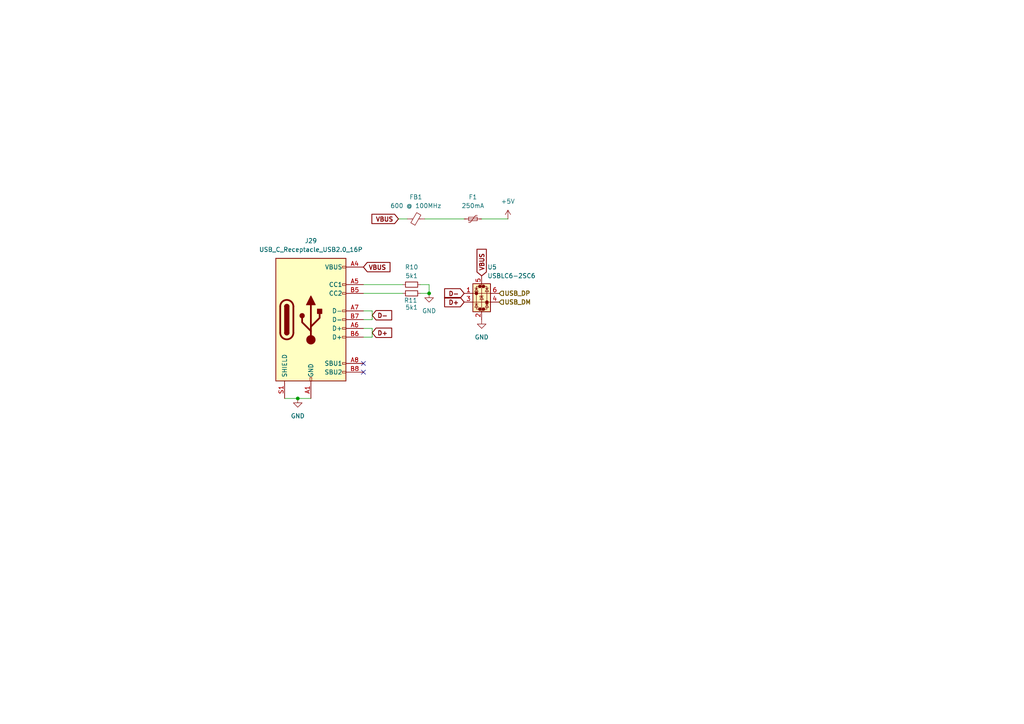
<source format=kicad_sch>
(kicad_sch (version 20250114) (generator "eeschema") (generator_version "9.0")
  (paper "A4")
  (lib_symbols
    (symbol "Connector:USB_C_Receptacle_USB2.0_16P" (pin_names (offset 1.016))
      (property "Reference" "J" (at 0 22.225 0))
      (property "Value" "USB_C_Receptacle_USB2.0_16P" (at 0 19.685 0))
      (symbol "USB_C_Receptacle_USB2.0_16P_0_0"
        (rectangle (start -0.254 -17.78) (end 0.254 -16.764))
        (rectangle (start 10.16 15.494) (end 9.144 14.986))
        (rectangle (start 10.16 10.414) (end 9.144 9.906))
        (rectangle (start 10.16 7.874) (end 9.144 7.366))
        (rectangle (start 10.16 2.794) (end 9.144 2.286))
        (rectangle (start 10.16 0.254) (end 9.144 -0.254))
        (rectangle (start 10.16 -2.286) (end 9.144 -2.794))
        (rectangle (start 10.16 -4.826) (end 9.144 -5.334))
        (rectangle (start 10.16 -12.446) (end 9.144 -12.954))
        (rectangle (start 10.16 -14.986) (end 9.144 -15.494))
      )
      (symbol "USB_C_Receptacle_USB2.0_16P_0_1"
        (rectangle (start -10.16 17.78) (end 10.16 -17.78) (stroke (width 0.254)) (fill (type background)))
        (polyline (pts (xy -8.89 -3.81) (xy -8.89 3.81)) (stroke (width 0.508)))
        (rectangle (start -7.62 -3.81) (end -6.35 3.81) (stroke (width 0.254)) (fill (type outline)))
        (arc (start -7.62 3.81) (mid -6.985 4.4423) (end -6.35 3.81) (stroke (width 0.254)))
        (arc (start -7.62 3.81) (mid -6.985 4.4423) (end -6.35 3.81) (stroke (width 0.254)) (fill (type outline)))
        (arc (start -8.89 3.81) (mid -6.985 5.7067) (end -5.08 3.81) (stroke (width 0.508)))
        (arc (start -5.08 -3.81) (mid -6.985 -5.7067) (end -8.89 -3.81) (stroke (width 0.508)))
        (arc (start -6.35 -3.81) (mid -6.985 -4.4423) (end -7.62 -3.81) (stroke (width 0.254)))
        (arc (start -6.35 -3.81) (mid -6.985 -4.4423) (end -7.62 -3.81) (stroke (width 0.254)) (fill (type outline)))
        (polyline (pts (xy -5.08 3.81) (xy -5.08 -3.81)) (stroke (width 0.508)))
        (circle (center -2.54 1.143) (radius 0.635) (stroke (width 0.254)) (fill (type outline)))
        (polyline (pts (xy -1.27 4.318) (xy 0 6.858) (xy 1.27 4.318) (xy -1.27 4.318)) (stroke (width 0.254)) (fill (type outline)))
        (polyline (pts (xy 0 -2.032) (xy 2.54 0.508) (xy 2.54 1.778)) (stroke (width 0.508)))
        (polyline (pts (xy 0 -3.302) (xy -2.54 -0.762) (xy -2.54 0.508)) (stroke (width 0.508)))
        (polyline (pts (xy 0 -5.842) (xy 0 4.318)) (stroke (width 0.508)))
        (circle (center 0 -5.842) (radius 1.27) (fill (type outline)))
        (rectangle (start 1.905 1.778) (end 3.175 3.048) (stroke (width 0.254)) (fill (type outline)))
      )
      (symbol "USB_C_Receptacle_USB2.0_16P_1_1"
        (pin passive line (at -7.62 -22.86 90) (length 5.08) (name "SHIELD") (number "S1"))
        (pin passive line (at 0 -22.86 90) (length 5.08) (name "GND") (number "A1"))
        (pin passive line (at 0 -22.86 90) (length 5.08) (hide yes) (name "GND") (number "A12"))
        (pin passive line (at 0 -22.86 90) (length 5.08) (hide yes) (name "GND") (number "B1"))
        (pin passive line (at 0 -22.86 90) (length 5.08) (hide yes) (name "GND") (number "B12"))
        (pin passive line (at 15.24 15.24 180) (length 5.08) (name "VBUS") (number "A4"))
        (pin passive line (at 15.24 15.24 180) (length 5.08) (hide yes) (name "VBUS") (number "A9"))
        (pin passive line (at 15.24 15.24 180) (length 5.08) (hide yes) (name "VBUS") (number "B4"))
        (pin passive line (at 15.24 15.24 180) (length 5.08) (hide yes) (name "VBUS") (number "B9"))
        (pin bidirectional line (at 15.24 10.16 180) (length 5.08) (name "CC1") (number "A5"))
        (pin bidirectional line (at 15.24 7.62 180) (length 5.08) (name "CC2") (number "B5"))
        (pin bidirectional line (at 15.24 2.54 180) (length 5.08) (name "D-") (number "A7"))
        (pin bidirectional line (at 15.24 0 180) (length 5.08) (name "D-") (number "B7"))
        (pin bidirectional line (at 15.24 -2.54 180) (length 5.08) (name "D+") (number "A6"))
        (pin bidirectional line (at 15.24 -5.08 180) (length 5.08) (name "D+") (number "B6"))
        (pin bidirectional line (at 15.24 -12.7 180) (length 5.08) (name "SBU1") (number "A8"))
        (pin bidirectional line (at 15.24 -15.24 180) (length 5.08) (name "SBU2") (number "B8"))
      )
    )
    (symbol "Device:FerriteBead_Small" (pin_numbers (hide yes)) (pin_names (offset 0))
      (property "Reference" "FB" (at 1.905 1.27 0))
      (property "Value" "FerriteBead_Small" (at 1.905 -1.27 0))
      (symbol "FerriteBead_Small_0_1"
        (polyline (pts (xy -1.8288 0.2794) (xy -1.1176 1.4986) (xy 1.8288 -0.2032) (xy 1.1176 -1.4224) (xy -1.8288 0.2794)))
        (polyline (pts (xy 0 0.889) (xy 0 1.2954)))
        (polyline (pts (xy 0 -1.27) (xy 0 -0.7874)))
      )
      (symbol "FerriteBead_Small_1_1"
        (pin passive line (at 0 2.54 270) (length 1.27) (name "~") (number "1"))
        (pin passive line (at 0 -2.54 90) (length 1.27) (name "~") (number "2"))
      )
    )
    (symbol "Device:Polyfuse_Small" (pin_numbers (hide yes)) (pin_names (offset 0))
      (property "Reference" "F" (at -1.905 0 90))
      (property "Value" "Polyfuse_Small" (at 1.905 0 90))
      (symbol "Polyfuse_Small_0_1"
        (polyline (pts (xy -1.016 1.27) (xy -1.016 0.762) (xy 1.016 -0.762) (xy 1.016 -1.27)))
        (rectangle (start -0.508 1.27) (end 0.508 -1.27))
        (polyline (pts (xy 0 2.54) (xy 0 -2.54)))
      )
      (symbol "Polyfuse_Small_1_1"
        (pin passive line (at 0 2.54 270) (length 0.635) (name "~") (number "1"))
        (pin passive line (at 0 -2.54 90) (length 0.635) (name "~") (number "2"))
      )
    )
    (symbol "Device:R_Small" (pin_numbers (hide yes)) (pin_names (offset 0.254) (hide yes))
      (property "Reference" "R" (at 0.762 0.508 0))
      (property "Value" "R_Small" (at 0.762 -1.016 0))
      (symbol "R_Small_0_1"
        (rectangle (start -0.762 1.778) (end 0.762 -1.778) (stroke (width 0.2032)))
      )
      (symbol "R_Small_1_1"
        (pin passive line (at 0 2.54 270) (length 0.762) (name "~") (number "1"))
        (pin passive line (at 0 -2.54 90) (length 0.762) (name "~") (number "2"))
      )
    )
    (symbol "Power_Protection:USBLC6-2SC6" (pin_names (hide yes))
      (property "Reference" "U" (at 0.635 5.715 0))
      (property "Value" "USBLC6-2SC6" (at 0.635 3.81 0))
      (symbol "USBLC6-2SC6_0_0"
        (circle (center -1.524 0) (radius 0.0001) (stroke (width 0.508)))
        (circle (center -0.508 2.032) (radius 0.0001) (stroke (width 0.508)))
        (circle (center -0.508 -4.572) (radius 0.0001) (stroke (width 0.508)))
        (circle (center 0.508 2.032) (radius 0.0001) (stroke (width 0.508)))
        (circle (center 0.508 -4.572) (radius 0.0001) (stroke (width 0.508)))
        (circle (center 1.524 -2.54) (radius 0.0001) (stroke (width 0.508)))
      )
      (symbol "USBLC6-2SC6_0_1"
        (polyline (pts (xy -2.54 0) (xy 2.54 0)))
        (polyline (pts (xy -2.54 -2.54) (xy 2.54 -2.54)))
        (polyline (pts (xy -2.032 0.508) (xy -1.016 0.508) (xy -1.524 1.524) (xy -2.032 0.508)))
        (polyline (pts (xy -2.032 -3.048) (xy -1.016 -3.048)))
        (polyline (pts (xy -1.016 1.524) (xy -2.032 1.524)))
        (polyline (pts (xy -1.016 -4.064) (xy -2.032 -4.064) (xy -1.524 -3.048) (xy -1.016 -4.064)))
        (polyline (pts (xy -0.508 -1.143) (xy -0.508 -0.762) (xy 0.508 -0.762)))
        (polyline (pts (xy 0 2.54) (xy -0.508 2.032) (xy 0.508 2.032) (xy 0 1.524) (xy 0 -4.064) (xy -0.508 -4.572) (xy 0.508 -4.572) (xy 0 -5.08)))
        (polyline (pts (xy 0.508 -1.778) (xy -0.508 -1.778) (xy 0 -0.762) (xy 0.508 -1.778)))
        (polyline (pts (xy 1.016 1.524) (xy 2.032 1.524)))
        (polyline (pts (xy 1.016 -3.048) (xy 2.032 -3.048)))
        (polyline (pts (xy 2.032 0.508) (xy 1.016 0.508) (xy 1.524 1.524) (xy 2.032 0.508)))
        (polyline (pts (xy 2.032 -4.064) (xy 1.016 -4.064) (xy 1.524 -3.048) (xy 2.032 -4.064)))
      )
      (symbol "USBLC6-2SC6_1_1"
        (rectangle (start -2.54 2.794) (end 2.54 -5.334) (stroke (width 0.254)) (fill (type background)))
        (polyline (pts (xy -0.508 2.032) (xy -1.524 2.032) (xy -1.524 -4.572) (xy -0.508 -4.572)))
        (polyline (pts (xy 0.508 -4.572) (xy 1.524 -4.572) (xy 1.524 2.032) (xy 0.508 2.032)))
        (pin passive line (at -5.08 0 0) (length 2.54) (name "I/O1") (number "1"))
        (pin passive line (at -5.08 -2.54 0) (length 2.54) (name "I/O2") (number "3"))
        (pin passive line (at 0 5.08 270) (length 2.54) (name "VBUS") (number "5"))
        (pin passive line (at 0 -7.62 90) (length 2.54) (name "GND") (number "2"))
        (pin passive line (at 5.08 0 180) (length 2.54) (name "I/O1") (number "6"))
        (pin passive line (at 5.08 -2.54 180) (length 2.54) (name "I/O2") (number "4"))
      )
    )
    (symbol "power:+5V" (power) (pin_numbers (hide yes)) (pin_names (offset 0) (hide yes))
      (property "Value" "+5V" (at 0 3.556 0))
      (symbol "+5V_0_1"
        (polyline (pts (xy -0.762 1.27) (xy 0 2.54)))
        (polyline (pts (xy 0 2.54) (xy 0.762 1.27)))
        (polyline (pts (xy 0 0) (xy 0 2.54)))
      )
      (symbol "+5V_1_1"
        (pin power_in line (at 0 0 90) (length 0) (name "~") (number "1"))
      )
    )
    (symbol "power:GND" (power) (pin_numbers (hide yes)) (pin_names (offset 0) (hide yes))
      (property "Value" "GND" (at 0 -3.81 0))
      (symbol "GND_0_1"
        (polyline (pts (xy 0 0) (xy 0 -1.27) (xy 1.27 -1.27) (xy 0 -2.54) (xy -1.27 -1.27) (xy 0 -1.27)))
      )
      (symbol "GND_1_1"
        (pin power_in line (at 0 0 270) (length 0) (name "~") (number "1"))
      )
    )
  )
  (junction (at 124.46 85.09))
  (junction (at 86.36 115.57))
  (no_connect (at 105.41 105.41))
  (no_connect (at 105.41 107.95))
  (wire (pts (xy 123.19 63.5) (xy 134.62 63.5)))
  (wire (pts (xy 124.46 85.09) (xy 124.46 82.55)))
  (wire (pts (xy 124.46 82.55) (xy 121.92 82.55)))
  (wire (pts (xy 105.41 82.55) (xy 116.84 82.55)))
  (wire (pts (xy 105.41 90.17) (xy 107.95 90.17)))
  (wire (pts (xy 121.92 85.09) (xy 124.46 85.09)))
  (wire (pts (xy 107.95 97.79) (xy 105.41 97.79)))
  (wire (pts (xy 105.41 95.25) (xy 107.95 95.25)))
  (wire (pts (xy 147.32 63.5) (xy 139.7 63.5)))
  (wire (pts (xy 105.41 85.09) (xy 116.84 85.09)))
  (wire (pts (xy 86.36 115.57) (xy 90.17 115.57)))
  (wire (pts (xy 107.95 92.71) (xy 105.41 92.71)))
  (wire (pts (xy 118.11 63.5) (xy 115.57 63.5)))
  (wire (pts (xy 107.95 90.17) (xy 107.95 92.71)))
  (wire (pts (xy 107.95 95.25) (xy 107.95 97.79)))
  (wire (pts (xy 82.55 115.57) (xy 86.36 115.57)))
  (global_label "D+" (shape input) (at 107.95 96.52 0) (effects (font (thickness 0.254) (bold yes))) (property "Intersheetrefs" "${INTERSHEET_REFS}" (effects (hide yes))))
  (global_label "VBUS" (shape input) (at 115.57 63.5 180) (effects (font (thickness 0.254) (bold yes))) (property "Intersheetrefs" "${INTERSHEET_REFS}" (effects (hide yes))))
  (global_label "VBUS" (shape input) (at 105.41 77.47 0) (effects (font (thickness 0.254) (bold yes))) (property "Intersheetrefs" "${INTERSHEET_REFS}" (effects (hide yes))))
  (global_label "D+" (shape input) (at 134.62 87.63 180) (effects (font (thickness 0.254) (bold yes))) (property "Intersheetrefs" "${INTERSHEET_REFS}" (effects (hide yes))))
  (global_label "VBUS" (shape input) (at 139.7 80.01 90) (effects (font (thickness 0.254) (bold yes))) (property "Intersheetrefs" "${INTERSHEET_REFS}" (effects (hide yes))))
  (global_label "D-" (shape input) (at 134.62 85.09 180) (effects (font (thickness 0.254) (bold yes))) (property "Intersheetrefs" "${INTERSHEET_REFS}" (effects (hide yes))))
  (global_label "D-" (shape input) (at 107.95 91.44 0) (effects (font (thickness 0.254) (bold yes))) (property "Intersheetrefs" "${INTERSHEET_REFS}" (effects (hide yes))))
  (hierarchical_label "USB_DM" (shape input) (at 144.78 87.63 0) (effects (font (thickness 0.254) (bold yes))))
  (hierarchical_label "USB_DP" (shape input) (at 144.78 85.09 0) (effects (font (thickness 0.254) (bold yes))))
  (symbol (lib_id "Connector:USB_C_Receptacle_USB2.0_16P") (at 90.17 92.71 0) (unit 1)
    (property "Reference" "J29" (at 90.17 69.85 0))
    (property "Value" "USB_C_Receptacle_USB2.0_16P" (at 90.17 72.39 0))
    (property "Footprint" "Connector_USB:USB_C_Receptacle_HRO_TYPE-C-31-M-12" (effects (hide yes)))
    (property "Datasheet" "https://www.usb.org/sites/default/files/documents/usb_type-c.zip" (effects (hide yes)))
    (property "Description" "USB 2.0-only 16P Type-C Receptacle connector" (effects (hide yes)))
  )
  (symbol (lib_id "power:+5V") (at 147.32 63.5 0) (unit 1)
    (property "Reference" "#PWR018" (effects (hide yes)))
    (property "Value" "+5V" (at 147.32 58.42 0))
    (property "Description" "Power symbol creates a global label with name \"+5V\"" (effects (hide yes)))
  )
  (symbol (lib_id "Device:FerriteBead_Small") (at 120.65 63.5 90) (unit 1)
    (property "Reference" "FB1" (at 120.6119 57.15 90))
    (property "Value" "600 @ 100MHz" (at 120.6119 59.69 90))
    (property "Footprint" "Inductor_SMD:L_0805_2012Metric" (effects (hide yes)))
    (property "Description" "Ferrite bead, small symbol" (effects (hide yes)))
  )
  (symbol (lib_id "Device:Polyfuse_Small") (at 137.16 63.5 90) (unit 1)
    (property "Reference" "F1" (at 137.16 57.15 90))
    (property "Value" "250mA" (at 137.16 59.69 90))
    (property "Footprint" "Fuse:Fuse_1206_3216Metric" (effects (hide yes)))
    (property "Description" "Resettable fuse, polymeric positive temperature coefficient, small symbol" (effects (hide yes)))
  )
  (symbol (lib_id "power:GND") (at 124.46 85.09 0) (unit 1)
    (property "Reference" "#PWR093" (effects (hide yes)))
    (property "Value" "GND" (at 124.46 90.17 0))
    (property "Description" "Power symbol creates a global label with name \"GND\" , ground" (effects (hide yes)))
  )
  (symbol (lib_id "power:GND") (at 139.7 92.71 0) (unit 1)
    (property "Reference" "#PWR092" (effects (hide yes)))
    (property "Value" "GND" (at 139.7 97.79 0))
    (property "Description" "Power symbol creates a global label with name \"GND\" , ground" (effects (hide yes)))
  )
  (symbol (lib_id "Device:R_Small") (at 119.38 85.09 90) (unit 1)
    (property "Reference" "R11" (at 119.126 87.122 90))
    (property "Value" "5k1" (at 119.38 89.154 90))
    (property "Footprint" "Resistor_SMD:R_0402_1005Metric" (effects (hide yes)))
    (property "Description" "Resistor, small symbol" (effects (hide yes)))
  )
  (symbol (lib_id "power:GND") (at 86.36 115.57 0) (unit 1)
    (property "Reference" "#PWR091" (effects (hide yes)))
    (property "Value" "GND" (at 86.36 120.65 0))
    (property "Description" "Power symbol creates a global label with name \"GND\" , ground" (effects (hide yes)))
  )
  (symbol (lib_id "Device:R_Small") (at 119.38 82.55 90) (unit 1)
    (property "Reference" "R10" (at 119.38 77.47 90))
    (property "Value" "5k1" (at 119.38 80.01 90))
    (property "Footprint" "Resistor_SMD:R_0402_1005Metric" (effects (hide yes)))
    (property "Description" "Resistor, small symbol" (effects (hide yes)))
  )
  (symbol (lib_id "Power_Protection:USBLC6-2SC6") (at 139.7 85.09 0) (unit 1)
    (property "Reference" "U5" (at 141.3511 77.47 0) (effects (justify left)))
    (property "Value" "USBLC6-2SC6" (at 141.3511 80.01 0) (effects (justify left)))
    (property "Footprint" "Package_TO_SOT_SMD:SOT-23-6" (effects (hide yes)))
    (property "Datasheet" "https://www.st.com/resource/en/datasheet/usblc6-2.pdf" (effects (hide yes)))
    (property "Description" "Very low capacitance ESD protection diode, 2 data-line, SOT-23-6" (effects (hide yes)))
    (property "MPN" "624-7693" (effects (hide yes)))
  )
)
</source>
